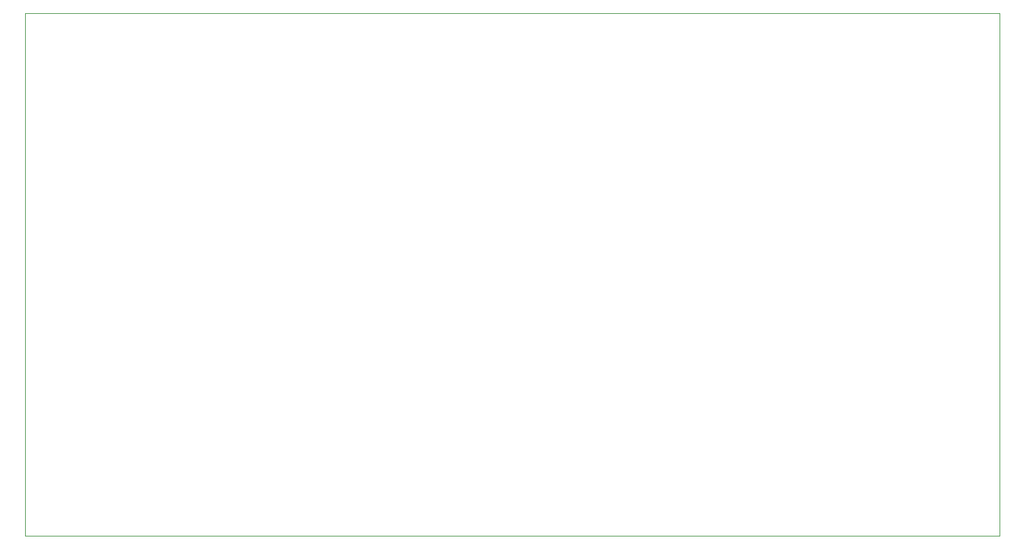
<source format=gm1>
G04 #@! TF.FileFunction,Profile,NP*
%FSLAX46Y46*%
G04 Gerber Fmt 4.6, Leading zero omitted, Abs format (unit mm)*
G04 Created by KiCad (PCBNEW 4.0.2-stable) date 08/07/2016 16:35:56*
%MOMM*%
G01*
G04 APERTURE LIST*
%ADD10C,0.100000*%
G04 APERTURE END LIST*
D10*
X89662000Y-61988700D02*
X89662000Y-129032000D01*
X214566500Y-61988700D02*
X89662000Y-61988700D01*
X214566500Y-129032000D02*
X214566500Y-61988700D01*
X89662000Y-129032000D02*
X214566500Y-129032000D01*
M02*

</source>
